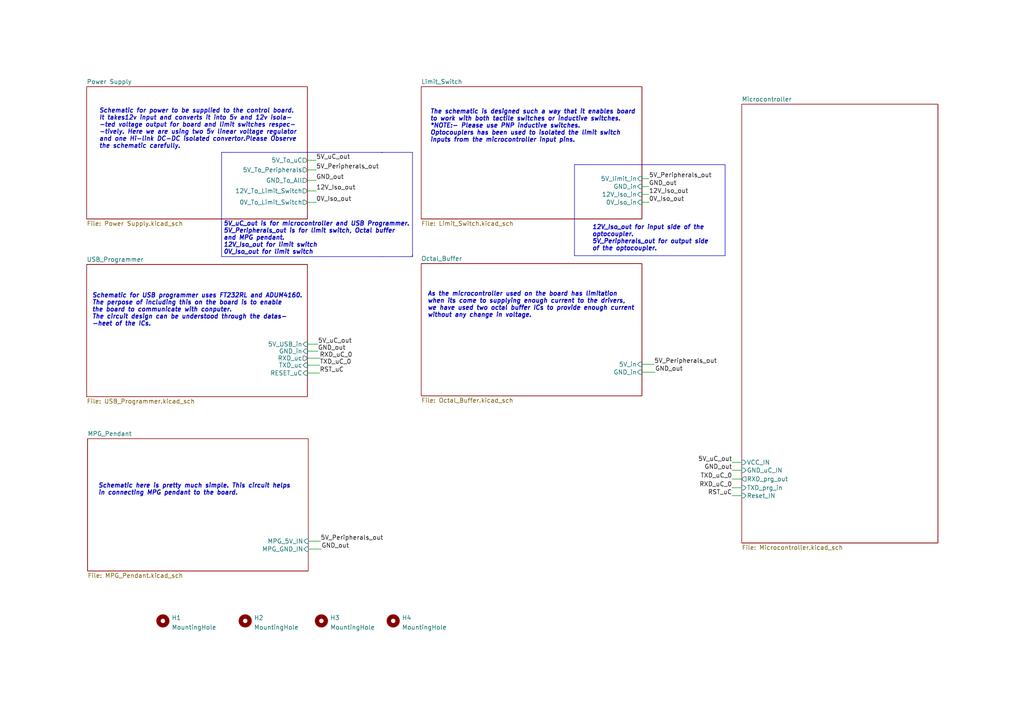
<source format=kicad_sch>
(kicad_sch
	(version 20231120)
	(generator "eeschema")
	(generator_version "8.0")
	(uuid "e63e39d7-6ac0-4ffd-8aa3-1841a4541b55")
	(paper "A4")
	(title_block
		(title "Motion Control Board")
		(date "2022-04-14")
		(company "Vashishtha Research Private Limited")
	)
	(lib_symbols
		(symbol "Mechanical:MountingHole"
			(pin_names
				(offset 1.016)
			)
			(exclude_from_sim no)
			(in_bom yes)
			(on_board yes)
			(property "Reference" "H"
				(at 0 5.08 0)
				(effects
					(font
						(size 1.27 1.27)
					)
				)
			)
			(property "Value" "MountingHole"
				(at 0 3.175 0)
				(effects
					(font
						(size 1.27 1.27)
					)
				)
			)
			(property "Footprint" ""
				(at 0 0 0)
				(effects
					(font
						(size 1.27 1.27)
					)
					(hide yes)
				)
			)
			(property "Datasheet" "~"
				(at 0 0 0)
				(effects
					(font
						(size 1.27 1.27)
					)
					(hide yes)
				)
			)
			(property "Description" "Mounting Hole without connection"
				(at 0 0 0)
				(effects
					(font
						(size 1.27 1.27)
					)
					(hide yes)
				)
			)
			(property "ki_keywords" "mounting hole"
				(at 0 0 0)
				(effects
					(font
						(size 1.27 1.27)
					)
					(hide yes)
				)
			)
			(property "ki_fp_filters" "MountingHole*"
				(at 0 0 0)
				(effects
					(font
						(size 1.27 1.27)
					)
					(hide yes)
				)
			)
			(symbol "MountingHole_0_1"
				(circle
					(center 0 0)
					(radius 1.27)
					(stroke
						(width 1.27)
						(type default)
					)
					(fill
						(type none)
					)
				)
			)
		)
	)
	(polyline
		(pts
			(xy 166.624 47.752) (xy 167.386 47.752)
		)
		(stroke
			(width 0)
			(type default)
		)
		(uuid "05315e7f-6059-4fa3-a5e5-d28ff198bf62")
	)
	(wire
		(pts
			(xy 89.154 55.372) (xy 91.694 55.372)
		)
		(stroke
			(width 0)
			(type default)
		)
		(uuid "07fced30-28a1-4f7c-ba4f-dd45c2f5aeb4")
	)
	(wire
		(pts
			(xy 89.154 52.324) (xy 91.694 52.324)
		)
		(stroke
			(width 0)
			(type default)
		)
		(uuid "1376383b-f12f-4922-aae2-8a41c62b634d")
	)
	(polyline
		(pts
			(xy 119.634 44.196) (xy 119.634 74.422)
		)
		(stroke
			(width 0)
			(type default)
		)
		(uuid "1506cd1e-f447-4b1d-a9a4-84ecae314deb")
	)
	(wire
		(pts
			(xy 186.182 105.664) (xy 189.738 105.664)
		)
		(stroke
			(width 0)
			(type default)
		)
		(uuid "175ddba1-a586-446f-888a-b2036458daa8")
	)
	(polyline
		(pts
			(xy 167.386 47.752) (xy 210.312 47.752)
		)
		(stroke
			(width 0)
			(type default)
		)
		(uuid "19f622e1-81d3-425d-b8e8-e4ca8dd00bbd")
	)
	(polyline
		(pts
			(xy 64.262 44.196) (xy 65.786 44.196)
		)
		(stroke
			(width 0)
			(type default)
		)
		(uuid "1bdea12e-995b-4b7c-8859-9b9c15014327")
	)
	(wire
		(pts
			(xy 89.154 101.854) (xy 92.202 101.854)
		)
		(stroke
			(width 0)
			(type default)
		)
		(uuid "25982857-743e-44b4-8b35-715caef56b29")
	)
	(polyline
		(pts
			(xy 64.262 74.422) (xy 64.262 44.196)
		)
		(stroke
			(width 0)
			(type default)
		)
		(uuid "2776995c-c0a4-417e-8082-dadd4e896283")
	)
	(wire
		(pts
			(xy 89.154 49.276) (xy 91.694 49.276)
		)
		(stroke
			(width 0)
			(type default)
		)
		(uuid "3a8ca478-9cf8-4524-ba21-d6ce7cf9eac5")
	)
	(polyline
		(pts
			(xy 110.998 74.422) (xy 64.262 74.422)
		)
		(stroke
			(width 0)
			(type default)
		)
		(uuid "3e571452-7e93-4e7c-aeb6-1455c40cd5ce")
	)
	(wire
		(pts
			(xy 212.344 141.478) (xy 215.138 141.478)
		)
		(stroke
			(width 0)
			(type default)
		)
		(uuid "5648ff7d-ae4b-44b4-87e9-ebf76c9afa47")
	)
	(polyline
		(pts
			(xy 110.49 44.196) (xy 119.634 44.196)
		)
		(stroke
			(width 0)
			(type default)
		)
		(uuid "71d6a83a-26c5-41a4-8de8-d3e3e5777dd6")
	)
	(wire
		(pts
			(xy 89.154 108.204) (xy 92.71 108.204)
		)
		(stroke
			(width 0)
			(type default)
		)
		(uuid "722704a3-b0a7-47f7-b47c-e58cd41c1067")
	)
	(wire
		(pts
			(xy 186.182 56.388) (xy 188.214 56.388)
		)
		(stroke
			(width 0)
			(type default)
		)
		(uuid "72dc6bc8-fdd2-446c-a926-43274c5c1709")
	)
	(polyline
		(pts
			(xy 210.312 74.168) (xy 166.624 74.168)
		)
		(stroke
			(width 0)
			(type default)
		)
		(uuid "75b02c82-5d62-4cb1-8aea-cd3c360d20e2")
	)
	(polyline
		(pts
			(xy 210.312 47.752) (xy 210.312 74.168)
		)
		(stroke
			(width 0)
			(type default)
		)
		(uuid "773734b8-21f5-469b-b721-f361d7c322af")
	)
	(wire
		(pts
			(xy 89.408 156.972) (xy 92.964 156.972)
		)
		(stroke
			(width 0)
			(type default)
		)
		(uuid "7a06a367-bcc6-4535-b7f5-879b3179d0e9")
	)
	(polyline
		(pts
			(xy 65.786 44.196) (xy 110.998 44.196)
		)
		(stroke
			(width 0)
			(type default)
		)
		(uuid "81db6689-39e3-4be0-9b09-a9a9349deda4")
	)
	(wire
		(pts
			(xy 89.154 99.822) (xy 92.202 99.822)
		)
		(stroke
			(width 0)
			(type default)
		)
		(uuid "85340451-c366-43fd-9b21-1fd3419d2001")
	)
	(wire
		(pts
			(xy 212.344 136.398) (xy 215.138 136.398)
		)
		(stroke
			(width 0)
			(type default)
		)
		(uuid "8f90c2be-1d26-4db6-b404-0a327fbe93dd")
	)
	(wire
		(pts
			(xy 186.182 58.674) (xy 188.214 58.674)
		)
		(stroke
			(width 0)
			(type default)
		)
		(uuid "965f7f60-e26f-4f80-b181-a72ac52733a0")
	)
	(wire
		(pts
			(xy 186.182 51.816) (xy 188.214 51.816)
		)
		(stroke
			(width 0)
			(type default)
		)
		(uuid "976f3841-9a2f-46a4-9a99-7f7f48c2705c")
	)
	(wire
		(pts
			(xy 89.154 105.918) (xy 92.71 105.918)
		)
		(stroke
			(width 0)
			(type default)
		)
		(uuid "9b910c7f-2658-4050-ab20-b1c595dbd5ca")
	)
	(wire
		(pts
			(xy 212.344 134.112) (xy 215.138 134.112)
		)
		(stroke
			(width 0)
			(type default)
		)
		(uuid "9cb2d070-8fab-4c72-8984-d52eee25f4a4")
	)
	(wire
		(pts
			(xy 212.344 138.938) (xy 215.138 138.938)
		)
		(stroke
			(width 0)
			(type default)
		)
		(uuid "a41e889b-6a80-4eed-971a-da701275c33e")
	)
	(wire
		(pts
			(xy 186.182 107.95) (xy 189.992 107.95)
		)
		(stroke
			(width 0)
			(type default)
		)
		(uuid "af28e238-c1c4-4d3c-8b83-2da2ee3d0244")
	)
	(wire
		(pts
			(xy 89.408 159.258) (xy 93.218 159.258)
		)
		(stroke
			(width 0)
			(type default)
		)
		(uuid "b3b1fff6-3fc6-42a0-8c45-5f3e94ab5ca2")
	)
	(wire
		(pts
			(xy 89.154 46.482) (xy 91.694 46.482)
		)
		(stroke
			(width 0)
			(type default)
		)
		(uuid "b4b609ba-93b4-4134-9741-5d0059a758df")
	)
	(wire
		(pts
			(xy 186.182 54.102) (xy 188.214 54.102)
		)
		(stroke
			(width 0)
			(type default)
		)
		(uuid "c4b9a123-ef62-446e-92ed-ad478c0203c4")
	)
	(polyline
		(pts
			(xy 166.624 74.168) (xy 166.624 47.752)
		)
		(stroke
			(width 0)
			(type default)
		)
		(uuid "e1371ccb-a583-4d92-b330-611fe034b737")
	)
	(wire
		(pts
			(xy 89.154 58.674) (xy 91.694 58.674)
		)
		(stroke
			(width 0)
			(type default)
		)
		(uuid "e17e2dcf-c8e6-4a75-9281-58df50c2fb38")
	)
	(polyline
		(pts
			(xy 110.998 74.422) (xy 119.634 74.422)
		)
		(stroke
			(width 0)
			(type default)
		)
		(uuid "e29eb2ed-084f-46d5-8ed0-41320a11ffef")
	)
	(wire
		(pts
			(xy 89.154 103.886) (xy 92.71 103.886)
		)
		(stroke
			(width 0)
			(type default)
		)
		(uuid "e52002d2-dd18-4d17-969a-9e2fc3724a41")
	)
	(wire
		(pts
			(xy 212.344 143.764) (xy 215.138 143.764)
		)
		(stroke
			(width 0)
			(type default)
		)
		(uuid "ed6679e8-be2f-4ad5-bbf5-3f2ab2410324")
	)
	(polyline
		(pts
			(xy 119.634 74.422) (xy 119.634 73.914)
		)
		(stroke
			(width 0)
			(type default)
		)
		(uuid "f2dca785-595f-42fa-b98b-7cbc0ef95d56")
	)
	(text "Schematic here is pretty much simple. This circuit helps\nin connecting MPG pendant to the board."
		(exclude_from_sim no)
		(at 28.448 143.764 0)
		(effects
			(font
				(size 1.27 1.27)
				(bold yes)
				(italic yes)
			)
			(justify left bottom)
		)
		(uuid "5f81f012-c387-4b7e-a754-d174ee7838d8")
	)
	(text "Schematic for USB programmer uses FT232RL and ADUM4160. \nThe perpose of including this on the board is to enable\nthe board to communicate with conputer.\nThe circuit design can be understood through the datas-\n-heet of the ICs."
		(exclude_from_sim no)
		(at 26.67 94.742 0)
		(effects
			(font
				(size 1.27 1.27)
				(bold yes)
				(italic yes)
			)
			(justify left bottom)
		)
		(uuid "716c5681-6ed0-407e-890b-5db8bd8d5484")
	)
	(text "12V_Iso_out for input side of the \noptocoupler.\n5V_Peripherals_out for output side\nof the optocoupler.\n"
		(exclude_from_sim no)
		(at 171.704 72.898 0)
		(effects
			(font
				(size 1.27 1.27)
				(bold yes)
				(italic yes)
			)
			(justify left bottom)
		)
		(uuid "a9616fd4-32cf-49ea-82c5-8c5e7d395b39")
	)
	(text "As the microcontroller used on the board has limitation\nwhen its come to supplying enough current to the drivers,\nwe have used two octal buffer ICs to provide enough current\nwithout any change in voltage."
		(exclude_from_sim no)
		(at 123.952 92.202 0)
		(effects
			(font
				(size 1.27 1.27)
				(bold yes)
				(italic yes)
			)
			(justify left bottom)
		)
		(uuid "ab1908aa-b14d-48bc-9f59-703cbcaab7cf")
	)
	(text "Schematic for power to be supplied to the control board.\nIt takes12v input and converts it into 5v and 12v isola-\n-ted voltage output for board and limit switches respec-\n-tively. Here we are using two 5v linear voltage regulator\nand one Hi-link DC-DC isolated convertor.Please Observe \nthe schematic carefully."
		(exclude_from_sim no)
		(at 28.702 43.18 0)
		(effects
			(font
				(size 1.27 1.27)
				(thickness 0.24)
				(bold yes)
				(italic yes)
			)
			(justify left bottom)
		)
		(uuid "cc9dd676-a02d-4e3e-a323-2bb125cf0008")
	)
	(text "The schematic is designed such a way that it enables board \nto work with both tactile switches or inductive switches. \n*NOTE:- Please use PNP inductive switches.\nOptocouplers has been used to isolated the limit switch \ninputs from the microcontroller input pins."
		(exclude_from_sim no)
		(at 124.714 41.402 0)
		(effects
			(font
				(size 1.27 1.27)
				(bold yes)
				(italic yes)
			)
			(justify left bottom)
		)
		(uuid "d93ddbab-12a1-4cb4-8e58-a6532f9fd541")
	)
	(text "5V_uC_out is for microcontroller and USB Programmer.\n5V_Peripherals_out is for limit switch, Octal buffer\nand MPG pendant.\n12V_Iso_out for limit switch\n0V_Iso_out for limit switch"
		(exclude_from_sim no)
		(at 64.77 73.914 0)
		(effects
			(font
				(size 1.27 1.27)
				(bold yes)
				(italic yes)
			)
			(justify left bottom)
		)
		(uuid "f052d539-d34c-48cc-ba5f-f318357fac48")
	)
	(label "GND_out"
		(at 91.694 52.324 0)
		(fields_autoplaced yes)
		(effects
			(font
				(size 1.27 1.27)
			)
			(justify left bottom)
		)
		(uuid "10ef999c-6d12-470e-b934-e6435f63a54f")
	)
	(label "GND_out"
		(at 188.214 54.102 0)
		(fields_autoplaced yes)
		(effects
			(font
				(size 1.27 1.27)
			)
			(justify left bottom)
		)
		(uuid "13808050-3926-4d95-affe-e300bae0efe3")
	)
	(label "RXD_uC_0"
		(at 212.344 141.478 180)
		(fields_autoplaced yes)
		(effects
			(font
				(size 1.27 1.27)
			)
			(justify right bottom)
		)
		(uuid "1c21eeb8-ac17-45e5-ae4d-a94263a012cb")
	)
	(label "12V_Iso_out"
		(at 91.694 55.372 0)
		(fields_autoplaced yes)
		(effects
			(font
				(size 1.27 1.27)
			)
			(justify left bottom)
		)
		(uuid "2a35c5d4-2e67-468b-adf0-941f85c85da8")
	)
	(label "5V_uC_out"
		(at 92.202 99.822 0)
		(fields_autoplaced yes)
		(effects
			(font
				(size 1.27 1.27)
			)
			(justify left bottom)
		)
		(uuid "5519a88b-aeec-4a90-9830-94e407eed5b8")
	)
	(label "RST_uC"
		(at 212.344 143.764 180)
		(fields_autoplaced yes)
		(effects
			(font
				(size 1.27 1.27)
			)
			(justify right bottom)
		)
		(uuid "5f16c44d-9ecb-40d4-82ed-50d42158e678")
	)
	(label "RXD_uC_0"
		(at 92.71 103.886 0)
		(fields_autoplaced yes)
		(effects
			(font
				(size 1.27 1.27)
			)
			(justify left bottom)
		)
		(uuid "78551cb3-346f-4df8-9558-1a1765fadd96")
	)
	(label "0V_Iso_out"
		(at 91.694 58.674 0)
		(fields_autoplaced yes)
		(effects
			(font
				(size 1.27 1.27)
			)
			(justify left bottom)
		)
		(uuid "7ccfc022-9120-41b9-a20a-6bd1bdc7a33e")
	)
	(label "5V_uC_out"
		(at 212.344 134.112 180)
		(fields_autoplaced yes)
		(effects
			(font
				(size 1.27 1.27)
			)
			(justify right bottom)
		)
		(uuid "9d23b66e-1bb5-4a6f-9772-b8d25945affb")
	)
	(label "GND_out"
		(at 189.992 107.95 0)
		(fields_autoplaced yes)
		(effects
			(font
				(size 1.27 1.27)
			)
			(justify left bottom)
		)
		(uuid "9e8dc315-ebcc-4ead-a8e0-b43d53d16374")
	)
	(label "0V_Iso_out"
		(at 188.214 58.674 0)
		(fields_autoplaced yes)
		(effects
			(font
				(size 1.27 1.27)
			)
			(justify left bottom)
		)
		(uuid "a50dba93-ec8e-48ea-a617-b495f77f8e36")
	)
	(label "RST_uC"
		(at 92.71 108.204 0)
		(fields_autoplaced yes)
		(effects
			(font
				(size 1.27 1.27)
			)
			(justify left bottom)
		)
		(uuid "b14d2555-7705-444d-96b9-e7eef90ce69c")
	)
	(label "GND_out"
		(at 212.344 136.398 180)
		(fields_autoplaced yes)
		(effects
			(font
				(size 1.27 1.27)
			)
			(justify right bottom)
		)
		(uuid "b5df00ed-108b-4778-8bc0-64bc86e8b2ce")
	)
	(label "GND_out"
		(at 92.202 101.854 0)
		(fields_autoplaced yes)
		(effects
			(font
				(size 1.27 1.27)
			)
			(justify left bottom)
		)
		(uuid "bcc57ac0-e08f-45fd-999e-db68887072bb")
	)
	(label "5V_Peripherals_out"
		(at 92.964 156.972 0)
		(fields_autoplaced yes)
		(effects
			(font
				(size 1.27 1.27)
			)
			(justify left bottom)
		)
		(uuid "c76d2158-0592-4ab8-b979-bab9c2efc3e8")
	)
	(label "5V_uC_out"
		(at 91.694 46.482 0)
		(fields_autoplaced yes)
		(effects
			(font
				(size 1.27 1.27)
			)
			(justify left bottom)
		)
		(uuid "cfd5263f-8554-43cd-a32c-0584d53abdf8")
	)
	(label "5V_Peripherals_out"
		(at 91.694 49.276 0)
		(fields_autoplaced yes)
		(effects
			(font
				(size 1.27 1.27)
			)
			(justify left bottom)
		)
		(uuid "d7c12fac-cbc3-4925-9066-f952ad5d9003")
	)
	(label "TXD_uC_0"
		(at 212.344 138.938 180)
		(fields_autoplaced yes)
		(effects
			(font
				(size 1.27 1.27)
			)
			(justify right bottom)
		)
		(uuid "d91b8f49-3b38-462e-9f22-00c23d89242f")
	)
	(label "GND_out"
		(at 93.218 159.258 0)
		(fields_autoplaced yes)
		(effects
			(font
				(size 1.27 1.27)
			)
			(justify left bottom)
		)
		(uuid "eafbbe3f-e85d-476b-b424-074dcbaf91f3")
	)
	(label "12V_Iso_out"
		(at 188.214 56.388 0)
		(fields_autoplaced yes)
		(effects
			(font
				(size 1.27 1.27)
			)
			(justify left bottom)
		)
		(uuid "f4a95d80-7f6a-4f37-9fc2-d0e7cbc91544")
	)
	(label "5V_Peripherals_out"
		(at 189.738 105.664 0)
		(fields_autoplaced yes)
		(effects
			(font
				(size 1.27 1.27)
			)
			(justify left bottom)
		)
		(uuid "f6d63f26-74db-413e-b91d-dc4856fa089d")
	)
	(label "5V_Peripherals_out"
		(at 188.214 51.816 0)
		(fields_autoplaced yes)
		(effects
			(font
				(size 1.27 1.27)
			)
			(justify left bottom)
		)
		(uuid "f94d5800-37e1-4df5-8a05-62a1f036725d")
	)
	(label "TXD_uC_0"
		(at 92.71 105.918 0)
		(fields_autoplaced yes)
		(effects
			(font
				(size 1.27 1.27)
			)
			(justify left bottom)
		)
		(uuid "ffa56c03-055a-4645-9316-349a5240ab86")
	)
	(symbol
		(lib_id "Mechanical:MountingHole")
		(at 47.244 180.086 0)
		(unit 1)
		(exclude_from_sim no)
		(in_bom yes)
		(on_board yes)
		(dnp no)
		(fields_autoplaced yes)
		(uuid "5281d4ea-ff81-48b5-9429-fa1c71e7a56e")
		(property "Reference" "H1"
			(at 49.784 179.1775 0)
			(effects
				(font
					(size 1.27 1.27)
				)
				(justify left)
			)
		)
		(property "Value" "MountingHole"
			(at 49.784 181.9526 0)
			(effects
				(font
					(size 1.27 1.27)
				)
				(justify left)
			)
		)
		(property "Footprint" "MountingHole:MountingHole_3.2mm_M3"
			(at 47.244 180.086 0)
			(effects
				(font
					(size 1.27 1.27)
				)
				(hide yes)
			)
		)
		(property "Datasheet" "~"
			(at 47.244 180.086 0)
			(effects
				(font
					(size 1.27 1.27)
				)
				(hide yes)
			)
		)
		(property "Description" ""
			(at 47.244 180.086 0)
			(effects
				(font
					(size 1.27 1.27)
				)
				(hide yes)
			)
		)
		(instances
			(project "Motion_Control_Board2.0"
				(path "/e63e39d7-6ac0-4ffd-8aa3-1841a4541b55"
					(reference "H1")
					(unit 1)
				)
			)
		)
	)
	(symbol
		(lib_id "Mechanical:MountingHole")
		(at 93.218 180.086 0)
		(unit 1)
		(exclude_from_sim no)
		(in_bom yes)
		(on_board yes)
		(dnp no)
		(fields_autoplaced yes)
		(uuid "9f30d2b0-3ba8-4ded-bae2-7ef1f8755438")
		(property "Reference" "H3"
			(at 95.758 179.1775 0)
			(effects
				(font
					(size 1.27 1.27)
				)
				(justify left)
			)
		)
		(property "Value" "MountingHole"
			(at 95.758 181.9526 0)
			(effects
				(font
					(size 1.27 1.27)
				)
				(justify left)
			)
		)
		(property "Footprint" "MountingHole:MountingHole_3.2mm_M3"
			(at 93.218 180.086 0)
			(effects
				(font
					(size 1.27 1.27)
				)
				(hide yes)
			)
		)
		(property "Datasheet" "~"
			(at 93.218 180.086 0)
			(effects
				(font
					(size 1.27 1.27)
				)
				(hide yes)
			)
		)
		(property "Description" ""
			(at 93.218 180.086 0)
			(effects
				(font
					(size 1.27 1.27)
				)
				(hide yes)
			)
		)
		(instances
			(project "Motion_Control_Board2.0"
				(path "/e63e39d7-6ac0-4ffd-8aa3-1841a4541b55"
					(reference "H3")
					(unit 1)
				)
			)
		)
	)
	(symbol
		(lib_id "Mechanical:MountingHole")
		(at 114.046 180.086 0)
		(unit 1)
		(exclude_from_sim no)
		(in_bom yes)
		(on_board yes)
		(dnp no)
		(fields_autoplaced yes)
		(uuid "c3eb1b40-63f0-4f97-b00b-1f8746abcc24")
		(property "Reference" "H4"
			(at 116.586 179.1775 0)
			(effects
				(font
					(size 1.27 1.27)
				)
				(justify left)
			)
		)
		(property "Value" "MountingHole"
			(at 116.586 181.9526 0)
			(effects
				(font
					(size 1.27 1.27)
				)
				(justify left)
			)
		)
		(property "Footprint" "MountingHole:MountingHole_3.2mm_M3"
			(at 114.046 180.086 0)
			(effects
				(font
					(size 1.27 1.27)
				)
				(hide yes)
			)
		)
		(property "Datasheet" "~"
			(at 114.046 180.086 0)
			(effects
				(font
					(size 1.27 1.27)
				)
				(hide yes)
			)
		)
		(property "Description" ""
			(at 114.046 180.086 0)
			(effects
				(font
					(size 1.27 1.27)
				)
				(hide yes)
			)
		)
		(instances
			(project "Motion_Control_Board2.0"
				(path "/e63e39d7-6ac0-4ffd-8aa3-1841a4541b55"
					(reference "H4")
					(unit 1)
				)
			)
		)
	)
	(symbol
		(lib_id "Mechanical:MountingHole")
		(at 71.12 180.086 0)
		(unit 1)
		(exclude_from_sim no)
		(in_bom yes)
		(on_board yes)
		(dnp no)
		(fields_autoplaced yes)
		(uuid "d5fbd96c-e647-4c66-87b8-f0bf6e259596")
		(property "Reference" "H2"
			(at 73.66 179.1775 0)
			(effects
				(font
					(size 1.27 1.27)
				)
				(justify left)
			)
		)
		(property "Value" "MountingHole"
			(at 73.66 181.9526 0)
			(effects
				(font
					(size 1.27 1.27)
				)
				(justify left)
			)
		)
		(property "Footprint" "MountingHole:MountingHole_3.2mm_M3"
			(at 71.12 180.086 0)
			(effects
				(font
					(size 1.27 1.27)
				)
				(hide yes)
			)
		)
		(property "Datasheet" "~"
			(at 71.12 180.086 0)
			(effects
				(font
					(size 1.27 1.27)
				)
				(hide yes)
			)
		)
		(property "Description" ""
			(at 71.12 180.086 0)
			(effects
				(font
					(size 1.27 1.27)
				)
				(hide yes)
			)
		)
		(instances
			(project "Motion_Control_Board2.0"
				(path "/e63e39d7-6ac0-4ffd-8aa3-1841a4541b55"
					(reference "H2")
					(unit 1)
				)
			)
		)
	)
	(sheet
		(at 122.174 76.454)
		(size 64.008 38.354)
		(fields_autoplaced yes)
		(stroke
			(width 0.1524)
			(type solid)
		)
		(fill
			(color 0 0 0 0.0000)
		)
		(uuid "274e8f0c-a21b-413f-a5ce-0ec59830aa9f")
		(property "Sheetname" "Octal_Buffer"
			(at 122.174 75.7424 0)
			(effects
				(font
					(size 1.27 1.27)
				)
				(justify left bottom)
			)
		)
		(property "Sheetfile" "Octal_Buffer.kicad_sch"
			(at 122.174 115.3926 0)
			(effects
				(font
					(size 1.27 1.27)
				)
				(justify left top)
			)
		)
		(pin "5V_in" input
			(at 186.182 105.664 0)
			(effects
				(font
					(size 1.27 1.27)
				)
				(justify right)
			)
			(uuid "fc3a0af5-12dd-4277-aee1-1d3762dd4439")
		)
		(pin "GND_in" input
			(at 186.182 107.95 0)
			(effects
				(font
					(size 1.27 1.27)
				)
				(justify right)
			)
			(uuid "d7256d8c-dcbd-4372-b679-785299dd2c45")
		)
		(instances
			(project "Motion_Control_Board2.0"
				(path "/e63e39d7-6ac0-4ffd-8aa3-1841a4541b55"
					(page "4")
				)
			)
		)
	)
	(sheet
		(at 25.4 127.254)
		(size 64.008 38.354)
		(fields_autoplaced yes)
		(stroke
			(width 0.1524)
			(type solid)
		)
		(fill
			(color 0 0 0 0.0000)
		)
		(uuid "3f42744e-9abd-4e36-8927-e97aec35ba85")
		(property "Sheetname" "MPG_Pendant"
			(at 25.4 126.5424 0)
			(effects
				(font
					(size 1.27 1.27)
				)
				(justify left bottom)
			)
		)
		(property "Sheetfile" "MPG_Pendant.kicad_sch"
			(at 25.4 166.1926 0)
			(effects
				(font
					(size 1.27 1.27)
				)
				(justify left top)
			)
		)
		(pin "MPG_GND_IN" input
			(at 89.408 159.258 0)
			(effects
				(font
					(size 1.27 1.27)
				)
				(justify right)
			)
			(uuid "2469b7b5-9ec2-4d38-9fe1-8e9e2dc2bfe0")
		)
		(pin "MPG_5V_IN" input
			(at 89.408 156.972 0)
			(effects
				(font
					(size 1.27 1.27)
				)
				(justify right)
			)
			(uuid "037ae34d-a269-4f9d-9daa-c6ff1580b3f3")
		)
		(instances
			(project "Motion_Control_Board2.0"
				(path "/e63e39d7-6ac0-4ffd-8aa3-1841a4541b55"
					(page "6")
				)
			)
		)
	)
	(sheet
		(at 122.174 25.146)
		(size 64.008 38.354)
		(fields_autoplaced yes)
		(stroke
			(width 0.1524)
			(type solid)
		)
		(fill
			(color 0 0 0 0.0000)
		)
		(uuid "3fdabe00-e71c-4452-977c-b21b6ccfa1c5")
		(property "Sheetname" "Limit_Switch"
			(at 122.174 24.4344 0)
			(effects
				(font
					(size 1.27 1.27)
				)
				(justify left bottom)
			)
		)
		(property "Sheetfile" "Limit_Switch.kicad_sch"
			(at 122.174 64.0846 0)
			(effects
				(font
					(size 1.27 1.27)
				)
				(justify left top)
			)
		)
		(pin "0V_Iso_in" input
			(at 186.182 58.674 0)
			(effects
				(font
					(size 1.27 1.27)
				)
				(justify right)
			)
			(uuid "9756ff3f-caff-462e-9cb0-3b777368f4f6")
		)
		(pin "GND_in" input
			(at 186.182 54.102 0)
			(effects
				(font
					(size 1.27 1.27)
				)
				(justify right)
			)
			(uuid "912bf7ea-53b1-4ab9-90b7-5e32db34aff0")
		)
		(pin "12V_Iso_in" input
			(at 186.182 56.388 0)
			(effects
				(font
					(size 1.27 1.27)
				)
				(justify right)
			)
			(uuid "f990f9fa-a7d8-4989-a8ae-5ae63720ab64")
		)
		(pin "5V_limit_in" input
			(at 186.182 51.816 0)
			(effects
				(font
					(size 1.27 1.27)
				)
				(justify right)
			)
			(uuid "a640d4ae-7ebb-4b59-9367-4490aceabb80")
		)
		(instances
			(project "Motion_Control_Board2.0"
				(path "/e63e39d7-6ac0-4ffd-8aa3-1841a4541b55"
					(page "8")
				)
			)
		)
	)
	(sheet
		(at 215.138 30.226)
		(size 56.896 127.254)
		(fields_autoplaced yes)
		(stroke
			(width 0.1524)
			(type solid)
		)
		(fill
			(color 0 0 0 0.0000)
		)
		(uuid "4d62468c-6543-46f8-bf12-d93ef0dce046")
		(property "Sheetname" "Microcontroller"
			(at 215.138 29.5144 0)
			(effects
				(font
					(size 1.27 1.27)
				)
				(justify left bottom)
			)
		)
		(property "Sheetfile" "Microcontroller.kicad_sch"
			(at 215.138 158.0646 0)
			(effects
				(font
					(size 1.27 1.27)
				)
				(justify left top)
			)
		)
		(pin "VCC_IN" input
			(at 215.138 134.112 180)
			(effects
				(font
					(size 1.27 1.27)
				)
				(justify left)
			)
			(uuid "294ca420-94c2-4c8a-96be-f353c56cf30f")
		)
		(pin "GND_uC_IN" input
			(at 215.138 136.398 180)
			(effects
				(font
					(size 1.27 1.27)
				)
				(justify left)
			)
			(uuid "a4977b1b-bb89-4e17-97dc-d3951cd5bc7b")
		)
		(pin "RXD_prg_out" output
			(at 215.138 138.938 180)
			(effects
				(font
					(size 1.27 1.27)
				)
				(justify left)
			)
			(uuid "82343b34-bdfd-4483-850b-d6ef8bc8454b")
		)
		(pin "TXD_prg_in" input
			(at 215.138 141.478 180)
			(effects
				(font
					(size 1.27 1.27)
				)
				(justify left)
			)
			(uuid "010c43a2-732c-48b0-bbc7-9b5dac471893")
		)
		(pin "Reset_IN" input
			(at 215.138 143.764 180)
			(effects
				(font
					(size 1.27 1.27)
				)
				(justify left)
			)
			(uuid "cec6a5f3-8c55-4df3-b5c6-9b8ac21d0263")
		)
		(instances
			(project "Motion_Control_Board2.0"
				(path "/e63e39d7-6ac0-4ffd-8aa3-1841a4541b55"
					(page "5")
				)
			)
		)
	)
	(sheet
		(at 25.146 25.146)
		(size 64.008 38.354)
		(fields_autoplaced yes)
		(stroke
			(width 0.1524)
			(type solid)
		)
		(fill
			(color 0 0 0 0.0000)
		)
		(uuid "75f2082b-4d7b-452b-8a4f-d706b382cdc7")
		(property "Sheetname" "Power Supply"
			(at 25.146 24.4344 0)
			(effects
				(font
					(size 1.27 1.27)
				)
				(justify left bottom)
			)
		)
		(property "Sheetfile" "Power Supply.kicad_sch"
			(at 25.146 64.0846 0)
			(effects
				(font
					(size 1.27 1.27)
				)
				(justify left top)
			)
		)
		(pin "5V_To_Peripherals" output
			(at 89.154 49.276 0)
			(effects
				(font
					(size 1.27 1.27)
				)
				(justify right)
			)
			(uuid "61618935-a69c-49be-985e-528e8e99c27e")
		)
		(pin "GND_To_All" output
			(at 89.154 52.324 0)
			(effects
				(font
					(size 1.27 1.27)
				)
				(justify right)
			)
			(uuid "9afdc71b-75fd-44fe-8522-6a7c12f7b0b2")
		)
		(pin "12V_To_Limit_Switch" output
			(at 89.154 55.372 0)
			(effects
				(font
					(size 1.27 1.27)
				)
				(justify right)
			)
			(uuid "d355a39b-474e-4f06-a23e-485cf0a3bdd8")
		)
		(pin "0V_To_Limit_Switch" output
			(at 89.154 58.674 0)
			(effects
				(font
					(size 1.27 1.27)
				)
				(justify right)
			)
			(uuid "ac1c7e4e-09a3-4a96-8502-07fa1f02f7f7")
		)
		(pin "5V_To_uC" output
			(at 89.154 46.482 0)
			(effects
				(font
					(size 1.27 1.27)
				)
				(justify right)
			)
			(uuid "b0f52885-ea56-4d9c-874e-233e54e8d5a1")
		)
		(instances
			(project "Motion_Control_Board2.0"
				(path "/e63e39d7-6ac0-4ffd-8aa3-1841a4541b55"
					(page "2")
				)
			)
		)
	)
	(sheet
		(at 25.146 76.708)
		(size 64.008 38.354)
		(fields_autoplaced yes)
		(stroke
			(width 0.1524)
			(type solid)
		)
		(fill
			(color 0 0 0 0.0000)
		)
		(uuid "8f8c76d0-f570-4cb0-bbdb-f5dc2e1a024c")
		(property "Sheetname" "USB_Programmer"
			(at 25.146 75.9964 0)
			(effects
				(font
					(size 1.27 1.27)
				)
				(justify left bottom)
			)
		)
		(property "Sheetfile" "USB_Programmer.kicad_sch"
			(at 25.146 115.6466 0)
			(effects
				(font
					(size 1.27 1.27)
				)
				(justify left top)
			)
		)
		(pin "GND_in" input
			(at 89.154 101.854 0)
			(effects
				(font
					(size 1.27 1.27)
				)
				(justify right)
			)
			(uuid "9b47446d-598d-4c5d-b10d-6071e740f3b1")
		)
		(pin "RXD_uc" output
			(at 89.154 103.886 0)
			(effects
				(font
					(size 1.27 1.27)
				)
				(justify right)
			)
			(uuid "e5018924-d9eb-4502-bab1-45bed9ba11dc")
		)
		(pin "TXD_uc" input
			(at 89.154 105.918 0)
			(effects
				(font
					(size 1.27 1.27)
				)
				(justify right)
			)
			(uuid "fe398adf-0801-4345-8d99-4b959a628f7b")
		)
		(pin "RESET_uC" input
			(at 89.154 108.204 0)
			(effects
				(font
					(size 1.27 1.27)
				)
				(justify right)
			)
			(uuid "12f4679d-e96d-4388-b203-488207138418")
		)
		(pin "5V_USB_in" input
			(at 89.154 99.822 0)
			(effects
				(font
					(size 1.27 1.27)
				)
				(justify right)
			)
			(uuid "a50f0aeb-5c01-45f9-b60e-5e440c729ac3")
		)
		(instances
			(project "Motion_Control_Board2.0"
				(path "/e63e39d7-6ac0-4ffd-8aa3-1841a4541b55"
					(page "3")
				)
			)
		)
	)
	(sheet_instances
		(path "/"
			(page "1")
		)
	)
)
</source>
